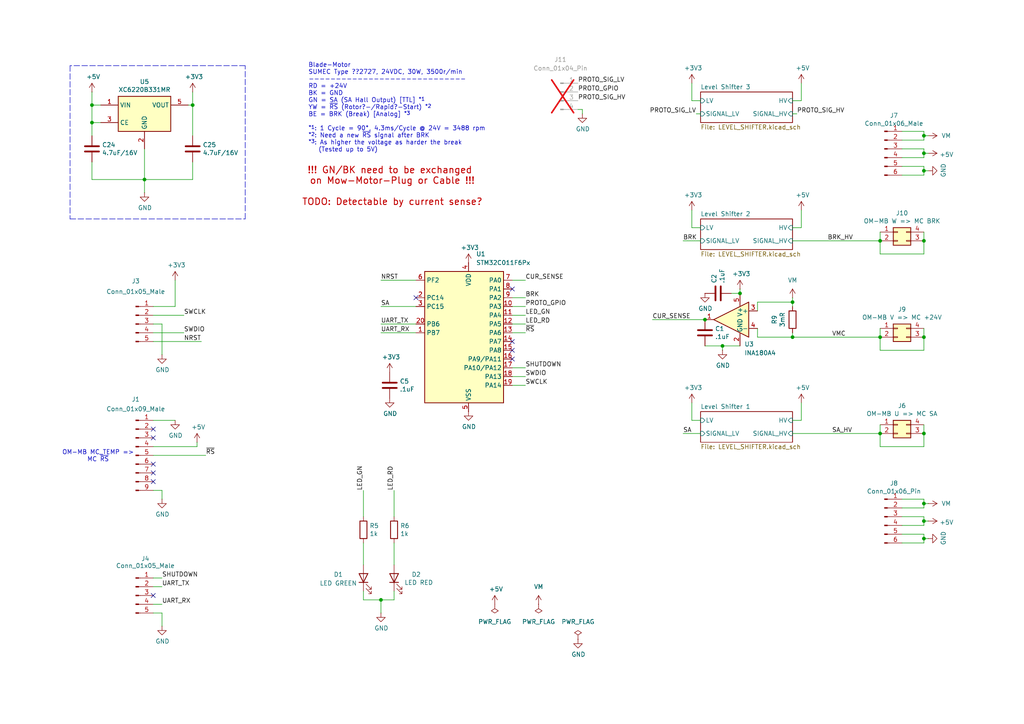
<source format=kicad_sch>
(kicad_sch (version 20231120) (generator "eeschema") (generator_version "8.0")
  (paper "A4")
  (title_block (title "xESC YardForce Rev.4 Adapter") (date "2024-06-01") (rev "1.0") (company "Clemens Elflein, openmower.de") (comment 1 "Creative Commons Attribution-NonCommercial-ShareAlike 4.0 International License.") (comment 2 "Licensed under "))
  (lib_symbols
    (symbol "Amplifier_Current:INA180A4" (pin_names (offset 0.127))
      (property "Reference" "U" (at 3.81 3.81 0))
      (property "Value" "INA180A4" (at 3.81 -2.54 0))
      (symbol "INA180A4_0_1"
        (polyline (pts (xy 5.08 0) (xy -5.08 5.08) (xy -5.08 -5.08) (xy 5.08 0)) (stroke (width 0.254)) (fill (type background)))
      )
      (symbol "INA180A4_1_1"
        (pin output line (at 7.62 0 180) (length 2.54) (name "~") (number "1"))
        (pin power_in line (at -2.54 -7.62 90) (length 3.81) (name "GND") (number "2"))
        (pin input line (at -7.62 2.54 0) (length 2.54) (name "+") (number "3"))
        (pin input line (at -7.62 -2.54 0) (length 2.54) (name "-") (number "4"))
        (pin power_in line (at -2.54 7.62 270) (length 3.81) (name "V+") (number "5"))
      )
    )
    (symbol "Connector:Conn_01x04_Pin" (pin_names (offset 1.016) hide)
      (property "Reference" "J" (at 0 5.08 0))
      (property "Value" "Conn_01x04_Pin" (at 0 -7.62 0))
      (symbol "Conn_01x04_Pin_1_1"
        (polyline (pts (xy 1.27 -5.08) (xy 0.8636 -5.08)) (stroke (width 0.1524)))
        (polyline (pts (xy 1.27 -2.54) (xy 0.8636 -2.54)) (stroke (width 0.1524)))
        (polyline (pts (xy 1.27 0) (xy 0.8636 0)) (stroke (width 0.1524)))
        (polyline (pts (xy 1.27 2.54) (xy 0.8636 2.54)) (stroke (width 0.1524)))
        (rectangle (start 0.8636 -4.953) (end 0 -5.207) (stroke (width 0.1524)) (fill (type outline)))
        (rectangle (start 0.8636 -2.413) (end 0 -2.667) (stroke (width 0.1524)) (fill (type outline)))
        (rectangle (start 0.8636 0.127) (end 0 -0.127) (stroke (width 0.1524)) (fill (type outline)))
        (rectangle (start 0.8636 2.667) (end 0 2.413) (stroke (width 0.1524)) (fill (type outline)))
        (pin passive line (at 5.08 2.54 180) (length 3.81) (name "Pin_1") (number "1"))
        (pin passive line (at 5.08 0 180) (length 3.81) (name "Pin_2") (number "2"))
        (pin passive line (at 5.08 -2.54 180) (length 3.81) (name "Pin_3") (number "3"))
        (pin passive line (at 5.08 -5.08 180) (length 3.81) (name "Pin_4") (number "4"))
      )
    )
    (symbol "Connector:Conn_01x05_Pin" (pin_names (offset 1.016) hide)
      (property "Reference" "J" (at 0 7.62 0))
      (property "Value" "Conn_01x05_Pin" (at 0 -7.62 0))
      (symbol "Conn_01x05_Pin_1_1"
        (polyline (pts (xy 1.27 -5.08) (xy 0.8636 -5.08)) (stroke (width 0.1524)))
        (polyline (pts (xy 1.27 -2.54) (xy 0.8636 -2.54)) (stroke (width 0.1524)))
        (polyline (pts (xy 1.27 0) (xy 0.8636 0)) (stroke (width 0.1524)))
        (polyline (pts (xy 1.27 2.54) (xy 0.8636 2.54)) (stroke (width 0.1524)))
        (polyline (pts (xy 1.27 5.08) (xy 0.8636 5.08)) (stroke (width 0.1524)))
        (rectangle (start 0.8636 -4.953) (end 0 -5.207) (stroke (width 0.1524)) (fill (type outline)))
        (rectangle (start 0.8636 -2.413) (end 0 -2.667) (stroke (width 0.1524)) (fill (type outline)))
        (rectangle (start 0.8636 0.127) (end 0 -0.127) (stroke (width 0.1524)) (fill (type outline)))
        (rectangle (start 0.8636 2.667) (end 0 2.413) (stroke (width 0.1524)) (fill (type outline)))
        (rectangle (start 0.8636 5.207) (end 0 4.953) (stroke (width 0.1524)) (fill (type outline)))
        (pin passive line (at 5.08 5.08 180) (length 3.81) (name "Pin_1") (number "1"))
        (pin passive line (at 5.08 2.54 180) (length 3.81) (name "Pin_2") (number "2"))
        (pin passive line (at 5.08 0 180) (length 3.81) (name "Pin_3") (number "3"))
        (pin passive line (at 5.08 -2.54 180) (length 3.81) (name "Pin_4") (number "4"))
        (pin passive line (at 5.08 -5.08 180) (length 3.81) (name "Pin_5") (number "5"))
      )
    )
    (symbol "Connector:Conn_01x06_Pin" (pin_names (offset 1.016) hide)
      (property "Reference" "J" (at 0 7.62 0))
      (property "Value" "Conn_01x06_Pin" (at 0 -10.16 0))
      (symbol "Conn_01x06_Pin_1_1"
        (polyline (pts (xy 1.27 -7.62) (xy 0.8636 -7.62)) (stroke (width 0.1524)))
        (polyline (pts (xy 1.27 -5.08) (xy 0.8636 -5.08)) (stroke (width 0.1524)))
        (polyline (pts (xy 1.27 -2.54) (xy 0.8636 -2.54)) (stroke (width 0.1524)))
        (polyline (pts (xy 1.27 0) (xy 0.8636 0)) (stroke (width 0.1524)))
        (polyline (pts (xy 1.27 2.54) (xy 0.8636 2.54)) (stroke (width 0.1524)))
        (polyline (pts (xy 1.27 5.08) (xy 0.8636 5.08)) (stroke (width 0.1524)))
        (rectangle (start 0.8636 -7.493) (end 0 -7.747) (stroke (width 0.1524)) (fill (type outline)))
        (rectangle (start 0.8636 -4.953) (end 0 -5.207) (stroke (width 0.1524)) (fill (type outline)))
        (rectangle (start 0.8636 -2.413) (end 0 -2.667) (stroke (width 0.1524)) (fill (type outline)))
        (rectangle (start 0.8636 0.127) (end 0 -0.127) (stroke (width 0.1524)) (fill (type outline)))
        (rectangle (start 0.8636 2.667) (end 0 2.413) (stroke (width 0.1524)) (fill (type outline)))
        (rectangle (start 0.8636 5.207) (end 0 4.953) (stroke (width 0.1524)) (fill (type outline)))
        (pin passive line (at 5.08 5.08 180) (length 3.81) (name "Pin_1") (number "1"))
        (pin passive line (at 5.08 2.54 180) (length 3.81) (name "Pin_2") (number "2"))
        (pin passive line (at 5.08 0 180) (length 3.81) (name "Pin_3") (number "3"))
        (pin passive line (at 5.08 -2.54 180) (length 3.81) (name "Pin_4") (number "4"))
        (pin passive line (at 5.08 -5.08 180) (length 3.81) (name "Pin_5") (number "5"))
        (pin passive line (at 5.08 -7.62 180) (length 3.81) (name "Pin_6") (number "6"))
      )
    )
    (symbol "Connector:Conn_01x09_Pin" (pin_names (offset 1.016) hide)
      (property "Reference" "J" (at 0 12.7 0))
      (property "Value" "Conn_01x09_Pin" (at 0 -12.7 0))
      (symbol "Conn_01x09_Pin_1_1"
        (polyline (pts (xy 1.27 -10.16) (xy 0.8636 -10.16)) (stroke (width 0.1524)))
        (polyline (pts (xy 1.27 -7.62) (xy 0.8636 -7.62)) (stroke (width 0.1524)))
        (polyline (pts (xy 1.27 -5.08) (xy 0.8636 -5.08)) (stroke (width 0.1524)))
        (polyline (pts (xy 1.27 -2.54) (xy 0.8636 -2.54)) (stroke (width 0.1524)))
        (polyline (pts (xy 1.27 0) (xy 0.8636 0)) (stroke (width 0.1524)))
        (polyline (pts (xy 1.27 2.54) (xy 0.8636 2.54)) (stroke (width 0.1524)))
        (polyline (pts (xy 1.27 5.08) (xy 0.8636 5.08)) (stroke (width 0.1524)))
        (polyline (pts (xy 1.27 7.62) (xy 0.8636 7.62)) (stroke (width 0.1524)))
        (polyline (pts (xy 1.27 10.16) (xy 0.8636 10.16)) (stroke (width 0.1524)))
        (rectangle (start 0.8636 -10.033) (end 0 -10.287) (stroke (width 0.1524)) (fill (type outline)))
        (rectangle (start 0.8636 -7.493) (end 0 -7.747) (stroke (width 0.1524)) (fill (type outline)))
        (rectangle (start 0.8636 -4.953) (end 0 -5.207) (stroke (width 0.1524)) (fill (type outline)))
        (rectangle (start 0.8636 -2.413) (end 0 -2.667) (stroke (width 0.1524)) (fill (type outline)))
        (rectangle (start 0.8636 0.127) (end 0 -0.127) (stroke (width 0.1524)) (fill (type outline)))
        (rectangle (start 0.8636 2.667) (end 0 2.413) (stroke (width 0.1524)) (fill (type outline)))
        (rectangle (start 0.8636 5.207) (end 0 4.953) (stroke (width 0.1524)) (fill (type outline)))
        (rectangle (start 0.8636 7.747) (end 0 7.493) (stroke (width 0.1524)) (fill (type outline)))
        (rectangle (start 0.8636 10.287) (end 0 10.033) (stroke (width 0.1524)) (fill (type outline)))
        (pin passive line (at 5.08 10.16 180) (length 3.81) (name "Pin_1") (number "1"))
        (pin passive line (at 5.08 7.62 180) (length 3.81) (name "Pin_2") (number "2"))
        (pin passive line (at 5.08 5.08 180) (length 3.81) (name "Pin_3") (number "3"))
        (pin passive line (at 5.08 2.54 180) (length 3.81) (name "Pin_4") (number "4"))
        (pin passive line (at 5.08 0 180) (length 3.81) (name "Pin_5") (number "5"))
        (pin passive line (at 5.08 -2.54 180) (length 3.81) (name "Pin_6") (number "6"))
        (pin passive line (at 5.08 -5.08 180) (length 3.81) (name "Pin_7") (number "7"))
        (pin passive line (at 5.08 -7.62 180) (length 3.81) (name "Pin_8") (number "8"))
        (pin passive line (at 5.08 -10.16 180) (length 3.81) (name "Pin_9") (number "9"))
      )
    )
    (symbol "Connector_Generic:Conn_02x02_Counter_Clockwise" (pin_names (offset 1.016) hide)
      (property "Reference" "J" (at 1.27 2.54 0))
      (property "Value" "Conn_02x02_Counter_Clockwise" (at 1.27 -5.08 0))
      (symbol "Conn_02x02_Counter_Clockwise_1_1"
        (rectangle (start -1.27 -2.413) (end 0 -2.667) (stroke (width 0.1524)))
        (rectangle (start -1.27 0.127) (end 0 -0.127) (stroke (width 0.1524)))
        (rectangle (start -1.27 1.27) (end 3.81 -3.81) (stroke (width 0.254)) (fill (type background)))
        (rectangle (start 3.81 -2.413) (end 2.54 -2.667) (stroke (width 0.1524)))
        (rectangle (start 3.81 0.127) (end 2.54 -0.127) (stroke (width 0.1524)))
        (pin passive line (at -5.08 0 0) (length 3.81) (name "Pin_1") (number "1"))
        (pin passive line (at -5.08 -2.54 0) (length 3.81) (name "Pin_2") (number "2"))
        (pin passive line (at 7.62 -2.54 180) (length 3.81) (name "Pin_3") (number "3"))
        (pin passive line (at 7.62 0 180) (length 3.81) (name "Pin_4") (number "4"))
      )
    )
    (symbol "Device:C" (pin_numbers hide) (pin_names (offset 0.254))
      (property "Reference" "C" (at 0.635 2.54 0))
      (property "Value" "C" (at 0.635 -2.54 0))
      (symbol "C_0_1"
        (polyline (pts (xy -2.032 -0.762) (xy 2.032 -0.762)) (stroke (width 0.508)))
        (polyline (pts (xy -2.032 0.762) (xy 2.032 0.762)) (stroke (width 0.508)))
      )
      (symbol "C_1_1"
        (pin passive line (at 0 3.81 270) (length 2.794) (name "~") (number "1"))
        (pin passive line (at 0 -3.81 90) (length 2.794) (name "~") (number "2"))
      )
    )
    (symbol "Device:LED" (pin_numbers hide) (pin_names (offset 1.016) hide)
      (property "Reference" "D" (at 0 2.54 0))
      (property "Value" "LED" (at 0 -2.54 0))
      (symbol "LED_0_1"
        (polyline (pts (xy -1.27 -1.27) (xy -1.27 1.27)) (stroke (width 0.254)))
        (polyline (pts (xy -1.27 0) (xy 1.27 0)))
        (polyline (pts (xy 1.27 -1.27) (xy 1.27 1.27) (xy -1.27 0) (xy 1.27 -1.27)) (stroke (width 0.254)))
        (polyline (pts (xy -3.048 -0.762) (xy -4.572 -2.286) (xy -3.81 -2.286) (xy -4.572 -2.286) (xy -4.572 -1.524)))
        (polyline (pts (xy -1.778 -0.762) (xy -3.302 -2.286) (xy -2.54 -2.286) (xy -3.302 -2.286) (xy -3.302 -1.524)))
      )
      (symbol "LED_1_1"
        (pin passive line (at -3.81 0 0) (length 2.54) (name "K") (number "1"))
        (pin passive line (at 3.81 0 180) (length 2.54) (name "A") (number "2"))
      )
    )
    (symbol "Device:R" (pin_numbers hide) (pin_names (offset 0))
      (property "Reference" "R" (at 2.032 0 90))
      (property "Value" "R" (at 0 0 90))
      (symbol "R_0_1"
        (rectangle (start -1.016 -2.54) (end 1.016 2.54) (stroke (width 0.254)))
      )
      (symbol "R_1_1"
        (pin passive line (at 0 3.81 270) (length 1.27) (name "~") (number "1"))
        (pin passive line (at 0 -3.81 90) (length 1.27) (name "~") (number "2"))
      )
    )
    (symbol "MCU_ST_STM32C0:STM32C011F6Px"
      (property "Reference" "U" (at -10.16 21.59 0))
      (property "Value" "STM32C011F6Px" (at 5.08 21.59 0))
      (symbol "STM32C011F6Px_0_1"
        (rectangle (start -10.16 -17.78) (end 12.7 20.32) (stroke (width 0.254)) (fill (type background)))
      )
      (symbol "STM32C011F6Px_1_1"
        (pin bidirectional line (at -12.7 2.54 0) (length 2.54) (name "PB7") (number "1"))
        (pin bidirectional line (at 15.24 10.16 180) (length 2.54) (name "PA3") (number "10"))
        (pin bidirectional line (at 15.24 7.62 180) (length 2.54) (name "PA4") (number "11"))
        (pin bidirectional line (at 15.24 5.08 180) (length 2.54) (name "PA5") (number "12"))
        (pin bidirectional line (at 15.24 2.54 180) (length 2.54) (name "PA6") (number "13"))
        (pin bidirectional line (at 15.24 0 180) (length 2.54) (name "PA7") (number "14"))
        (pin bidirectional line (at 15.24 -2.54 180) (length 2.54) (name "PA8") (number "15"))
        (pin bidirectional line (at 15.24 -5.08 180) (length 2.54) (name "PA9/PA11") (number "16"))
        (pin bidirectional line (at 15.24 -7.62 180) (length 2.54) (name "PA10/PA12") (number "17"))
        (pin bidirectional line (at 15.24 -10.16 180) (length 2.54) (name "PA13") (number "18"))
        (pin bidirectional line (at 15.24 -12.7 180) (length 2.54) (name "PA14") (number "19"))
        (pin bidirectional line (at -12.7 12.7 0) (length 2.54) (name "PC14") (number "2"))
        (pin bidirectional line (at -12.7 5.08 0) (length 2.54) (name "PB6") (number "20"))
        (pin bidirectional line (at -12.7 10.16 0) (length 2.54) (name "PC15") (number "3"))
        (pin power_in line (at 2.54 22.86 270) (length 2.54) (name "VDD") (number "4"))
        (pin power_in line (at 2.54 -20.32 90) (length 2.54) (name "VSS") (number "5"))
        (pin bidirectional line (at -12.7 17.78 0) (length 2.54) (name "PF2") (number "6"))
        (pin bidirectional line (at 15.24 17.78 180) (length 2.54) (name "PA0") (number "7"))
        (pin bidirectional line (at 15.24 15.24 180) (length 2.54) (name "PA1") (number "8"))
        (pin bidirectional line (at 15.24 12.7 180) (length 2.54) (name "PA2") (number "9"))
      )
    )
    (symbol "Regulator_Linear:XC6220B331MR"
      (property "Reference" "U" (at 0 8.89 0))
      (property "Value" "XC6220B331MR" (at 0 6.35 0))
      (symbol "XC6220B331MR_0_1"
        (rectangle (start -7.62 5.08) (end 7.62 -5.08) (stroke (width 0.254)) (fill (type background)))
      )
      (symbol "XC6220B331MR_1_1"
        (pin power_in line (at -12.7 2.54 0) (length 5.08) (name "VIN") (number "1"))
        (pin power_in line (at 0 -10.16 90) (length 5.08) (name "GND") (number "2"))
        (pin input line (at -12.7 -2.54 0) (length 5.08) (name "CE") (number "3"))
        (pin no_connect line (at 7.62 -2.54 180) (length 5.08) hide (name "NC") (number "4"))
        (pin power_out line (at 12.7 2.54 180) (length 5.08) (name "VOUT") (number "5"))
      )
    )
    (symbol "power:+3.3V" (power) (pin_numbers hide) (pin_names (offset 0) hide)
      (property "Value" "+3.3V" (at 0 3.556 0))
      (symbol "+3.3V_0_1"
        (polyline (pts (xy -0.762 1.27) (xy 0 2.54)))
        (polyline (pts (xy 0 0) (xy 0 2.54)))
        (polyline (pts (xy 0 2.54) (xy 0.762 1.27)))
      )
      (symbol "+3.3V_1_1"
        (pin power_in line (at 0 0 90) (length 0) (name "~") (number "1"))
      )
    )
    (symbol "power:+5V" (power) (pin_numbers hide) (pin_names (offset 0) hide)
      (property "Value" "+5V" (at 0 3.556 0))
      (symbol "+5V_0_1"
        (polyline (pts (xy -0.762 1.27) (xy 0 2.54)))
        (polyline (pts (xy 0 0) (xy 0 2.54)))
        (polyline (pts (xy 0 2.54) (xy 0.762 1.27)))
      )
      (symbol "+5V_1_1"
        (pin power_in line (at 0 0 90) (length 0) (name "~") (number "1"))
      )
    )
    (symbol "power:+BATT" (power) (pin_numbers hide) (pin_names (offset 0) hide)
      (property "Value" "+BATT" (at 0 3.556 0))
      (symbol "+BATT_0_1"
        (polyline (pts (xy -0.762 1.27) (xy 0 2.54)))
        (polyline (pts (xy 0 0) (xy 0 2.54)))
        (polyline (pts (xy 0 2.54) (xy 0.762 1.27)))
      )
      (symbol "+BATT_1_1"
        (pin power_in line (at 0 0 90) (length 0) (name "~") (number "1"))
      )
    )
    (symbol "power:GND" (power) (pin_numbers hide) (pin_names (offset 0) hide)
      (property "Value" "GND" (at 0 -3.81 0))
      (symbol "GND_0_1"
        (polyline (pts (xy 0 0) (xy 0 -1.27) (xy 1.27 -1.27) (xy 0 -2.54) (xy -1.27 -1.27) (xy 0 -1.27)))
      )
      (symbol "GND_1_1"
        (pin power_in line (at 0 0 270) (length 0) (name "~") (number "1"))
      )
    )
    (symbol "power:PWR_FLAG" (power) (pin_numbers hide) (pin_names (offset 0) hide)
      (property "Value" "PWR_FLAG" (at 0 3.81 0))
      (symbol "PWR_FLAG_0_0"
        (pin power_out line (at 0 0 90) (length 0) (name "~") (number "1"))
      )
      (symbol "PWR_FLAG_0_1"
        (polyline (pts (xy 0 0) (xy 0 1.27) (xy -1.016 1.905) (xy 0 2.54) (xy 1.016 1.905) (xy 0 1.27)))
      )
    )
  )
  (junction (at 267.97 49.53))
  (junction (at 267.97 151.13))
  (junction (at 209.55 100.33))
  (junction (at 267.97 146.05))
  (junction (at 255.27 97.79))
  (junction (at 229.87 97.79))
  (junction (at 267.97 97.79))
  (junction (at 267.97 69.85))
  (junction (at 267.97 44.45))
  (junction (at 267.97 39.37))
  (junction (at 26.67 35.56))
  (junction (at 255.27 69.85))
  (junction (at 267.97 156.21))
  (junction (at 55.88 30.48))
  (junction (at 204.47 92.71))
  (junction (at 255.27 125.73))
  (junction (at 229.87 87.63))
  (junction (at 41.91 52.07))
  (junction (at 267.97 125.73))
  (junction (at 26.67 30.48))
  (junction (at 110.49 173.99))
  (junction (at 214.63 85.09))
  (no_connect (at 44.45 134.62))
  (no_connect (at 44.45 137.16))
  (no_connect (at 148.59 104.14))
  (no_connect (at 148.59 101.6))
  (no_connect (at 44.45 127))
  (no_connect (at 44.45 124.46))
  (no_connect (at 44.45 172.72))
  (no_connect (at 148.59 99.06))
  (no_connect (at 148.59 83.82))
  (no_connect (at 44.45 139.7))
  (no_connect (at 120.65 86.36))
  (wire (pts (xy 50.8 121.92) (xy 44.45 121.92)))
  (wire (pts (xy 232.41 121.92) (xy 229.87 121.92)))
  (wire (pts (xy 50.8 88.9) (xy 50.8 81.28)))
  (wire (pts (xy 261.62 157.48) (xy 267.97 157.48)))
  (wire (pts (xy 110.49 173.99) (xy 114.3 173.99)))
  (wire (pts (xy 232.41 116.84) (xy 232.41 121.92)))
  (wire (pts (xy 267.97 152.4) (xy 261.62 152.4)))
  (wire (pts (xy 229.87 86.36) (xy 229.87 87.63)))
  (wire (pts (xy 198.12 69.85) (xy 203.2 69.85)))
  (wire (pts (xy 189.23 92.71) (xy 204.47 92.71)))
  (wire (pts (xy 41.91 52.07) (xy 26.67 52.07)))
  (wire (pts (xy 44.45 91.44) (xy 53.34 91.44)))
  (wire (pts (xy 200.66 121.92) (xy 203.2 121.92)))
  (wire (pts (xy 267.97 149.86) (xy 267.97 151.13)))
  (wire (pts (xy 54.61 30.48) (xy 55.88 30.48)))
  (wire (pts (xy 261.62 149.86) (xy 267.97 149.86)))
  (wire (pts (xy 267.97 146.05) (xy 267.97 144.78)))
  (wire (pts (xy 255.27 125.73) (xy 255.27 129.54)))
  (wire (pts (xy 267.97 97.79) (xy 267.97 101.6)))
  (wire (pts (xy 267.97 44.45) (xy 269.24 44.45)))
  (wire (pts (xy 261.62 147.32) (xy 267.97 147.32)))
  (wire (pts (xy 110.49 88.9) (xy 120.65 88.9)))
  (wire (pts (xy 219.71 87.63) (xy 229.87 87.63)))
  (wire (pts (xy 229.87 96.52) (xy 229.87 97.79)))
  (wire (pts (xy 267.97 157.48) (xy 267.97 156.21)))
  (wire (pts (xy 110.49 81.28) (xy 120.65 81.28)))
  (wire (pts (xy 152.4 106.68) (xy 148.59 106.68)))
  (wire (pts (xy 267.97 43.18) (xy 267.97 44.45)))
  (wire (pts (xy 267.97 151.13) (xy 269.24 151.13)))
  (wire (pts (xy 261.62 40.64) (xy 267.97 40.64)))
  (wire (pts (xy 26.67 30.48) (xy 29.21 30.48)))
  (wire (pts (xy 105.41 163.83) (xy 105.41 157.48)))
  (wire (pts (xy 26.67 39.37) (xy 26.67 35.56)))
  (wire (pts (xy 46.99 142.24) (xy 46.99 144.78)))
  (wire (pts (xy 267.97 67.31) (xy 267.97 69.85)))
  (wire (pts (xy 229.87 97.79) (xy 255.27 97.79)))
  (wire (pts (xy 267.97 156.21) (xy 267.97 154.94)))
  (wire (pts (xy 105.41 149.86) (xy 105.41 142.24)))
  (wire (pts (xy 261.62 50.8) (xy 267.97 50.8)))
  (wire (pts (xy 267.97 101.6) (xy 255.27 101.6)))
  (wire (pts (xy 267.97 38.1) (xy 261.62 38.1)))
  (wire (pts (xy 152.4 86.36) (xy 148.59 86.36)))
  (wire (pts (xy 267.97 39.37) (xy 269.24 39.37)))
  (wire (pts (xy 267.97 49.53) (xy 267.97 48.26)))
  (wire (pts (xy 41.91 55.88) (xy 41.91 52.07)))
  (wire (pts (xy 110.49 96.52) (xy 120.65 96.52)))
  (wire (pts (xy 168.91 31.75) (xy 167.64 31.75)))
  (wire (pts (xy 44.45 96.52) (xy 53.34 96.52)))
  (wire (pts (xy 200.66 66.04) (xy 203.2 66.04)))
  (polyline (pts (xy 71.12 19.05) (xy 20.32 19.05)) (stroke (width 0) (type dash)))
  (wire (pts (xy 105.41 173.99) (xy 110.49 173.99)))
  (wire (pts (xy 267.97 95.25) (xy 267.97 97.79)))
  (wire (pts (xy 44.45 142.24) (xy 46.99 142.24)))
  (wire (pts (xy 41.91 52.07) (xy 55.88 52.07)))
  (wire (pts (xy 267.97 156.21) (xy 269.24 156.21)))
  (wire (pts (xy 267.97 123.19) (xy 267.97 125.73)))
  (wire (pts (xy 229.87 69.85) (xy 255.27 69.85)))
  (wire (pts (xy 255.27 129.54) (xy 267.97 129.54)))
  (wire (pts (xy 255.27 95.25) (xy 255.27 97.79)))
  (wire (pts (xy 114.3 149.86) (xy 114.3 142.24)))
  (wire (pts (xy 267.97 144.78) (xy 261.62 144.78)))
  (wire (pts (xy 200.66 60.96) (xy 200.66 66.04)))
  (wire (pts (xy 232.41 24.13) (xy 232.41 29.21)))
  (wire (pts (xy 46.99 93.98) (xy 46.99 102.87)))
  (wire (pts (xy 267.97 151.13) (xy 267.97 152.4)))
  (wire (pts (xy 201.93 33.02) (xy 203.2 33.02)))
  (wire (pts (xy 26.67 52.07) (xy 26.67 46.99)))
  (wire (pts (xy 267.97 49.53) (xy 269.24 49.53)))
  (wire (pts (xy 209.55 101.6) (xy 209.55 100.33)))
  (wire (pts (xy 267.97 69.85) (xy 267.97 73.66)))
  (wire (pts (xy 255.27 101.6) (xy 255.27 97.79)))
  (wire (pts (xy 105.41 171.45) (xy 105.41 173.99)))
  (wire (pts (xy 152.4 91.44) (xy 148.59 91.44)))
  (wire (pts (xy 212.09 85.09) (xy 214.63 85.09)))
  (wire (pts (xy 200.66 116.84) (xy 200.66 121.92)))
  (wire (pts (xy 44.45 129.54) (xy 57.15 129.54)))
  (wire (pts (xy 26.67 35.56) (xy 29.21 35.56)))
  (wire (pts (xy 152.4 93.98) (xy 148.59 93.98)))
  (wire (pts (xy 229.87 125.73) (xy 255.27 125.73)))
  (wire (pts (xy 267.97 40.64) (xy 267.97 39.37)))
  (polyline (pts (xy 71.12 63.5) (xy 71.12 19.05)) (stroke (width 0) (type dash)))
  (wire (pts (xy 152.4 109.22) (xy 148.59 109.22)))
  (wire (pts (xy 255.27 67.31) (xy 255.27 69.85)))
  (wire (pts (xy 229.87 33.02) (xy 231.14 33.02)))
  (polyline (pts (xy 20.32 63.5) (xy 71.12 63.5)) (stroke (width 0) (type dash)))
  (wire (pts (xy 46.99 175.26) (xy 44.45 175.26)))
  (wire (pts (xy 26.67 26.67) (xy 26.67 30.48)))
  (wire (pts (xy 267.97 146.05) (xy 269.24 146.05)))
  (wire (pts (xy 261.62 43.18) (xy 267.97 43.18)))
  (wire (pts (xy 55.88 39.37) (xy 55.88 30.48)))
  (wire (pts (xy 200.66 29.21) (xy 203.2 29.21)))
  (wire (pts (xy 255.27 73.66) (xy 255.27 69.85)))
  (wire (pts (xy 232.41 66.04) (xy 229.87 66.04)))
  (wire (pts (xy 200.66 24.13) (xy 200.66 29.21)))
  (wire (pts (xy 41.91 43.18) (xy 41.91 52.07)))
  (wire (pts (xy 198.12 125.73) (xy 203.2 125.73)))
  (wire (pts (xy 168.91 33.02) (xy 168.91 31.75)))
  (wire (pts (xy 232.41 60.96) (xy 232.41 66.04)))
  (wire (pts (xy 219.71 90.17) (xy 219.71 87.63)))
  (wire (pts (xy 44.45 132.08) (xy 59.69 132.08)))
  (wire (pts (xy 46.99 177.8) (xy 46.99 181.61)))
  (wire (pts (xy 44.45 99.06) (xy 58.42 99.06)))
  (wire (pts (xy 46.99 167.64) (xy 44.45 167.64)))
  (wire (pts (xy 114.3 171.45) (xy 114.3 173.99)))
  (wire (pts (xy 152.4 111.76) (xy 148.59 111.76)))
  (wire (pts (xy 267.97 154.94) (xy 261.62 154.94)))
  (wire (pts (xy 46.99 170.18) (xy 44.45 170.18)))
  (wire (pts (xy 44.45 93.98) (xy 46.99 93.98)))
  (wire (pts (xy 267.97 44.45) (xy 267.97 45.72)))
  (wire (pts (xy 152.4 81.28) (xy 148.59 81.28)))
  (wire (pts (xy 232.41 29.21) (xy 229.87 29.21)))
  (wire (pts (xy 267.97 50.8) (xy 267.97 49.53)))
  (wire (pts (xy 219.71 97.79) (xy 229.87 97.79)))
  (wire (pts (xy 152.4 88.9) (xy 148.59 88.9)))
  (wire (pts (xy 267.97 125.73) (xy 267.97 129.54)))
  (wire (pts (xy 26.67 35.56) (xy 26.67 30.48)))
  (wire (pts (xy 255.27 123.19) (xy 255.27 125.73)))
  (wire (pts (xy 114.3 163.83) (xy 114.3 157.48)))
  (wire (pts (xy 44.45 88.9) (xy 50.8 88.9)))
  (wire (pts (xy 209.55 100.33) (xy 214.63 100.33)))
  (wire (pts (xy 267.97 39.37) (xy 267.97 38.1)))
  (wire (pts (xy 267.97 45.72) (xy 261.62 45.72)))
  (wire (pts (xy 267.97 73.66) (xy 255.27 73.66)))
  (wire (pts (xy 267.97 48.26) (xy 261.62 48.26)))
  (wire (pts (xy 219.71 95.25) (xy 219.71 97.79)))
  (wire (pts (xy 214.63 83.82) (xy 214.63 85.09)))
  (wire (pts (xy 204.47 100.33) (xy 209.55 100.33)))
  (wire (pts (xy 44.45 177.8) (xy 46.99 177.8)))
  (wire (pts (xy 55.88 30.48) (xy 55.88 26.67)))
  (wire (pts (xy 57.15 128.27) (xy 57.15 129.54)))
  (polyline (pts (xy 20.32 19.05) (xy 20.32 63.5)) (stroke (width 0) (type dash)))
  (wire (pts (xy 110.49 177.8) (xy 110.49 173.99)))
  (wire (pts (xy 152.4 96.52) (xy 148.59 96.52)))
  (wire (pts (xy 55.88 52.07) (xy 55.88 46.99)))
  (wire (pts (xy 110.49 93.98) (xy 120.65 93.98)))
  (wire (pts (xy 267.97 147.32) (xy 267.97 146.05)))
  (wire (pts (xy 229.87 87.63) (xy 229.87 88.9)))
  (text "OM-MB MC_TEMP =>\nMC ~{RS}" (at 28.448 132.334 0) (effects (font (size 1.27 1.27))))
  (text "Blade-Motor\nSUMEC Type ??2727, 24VDC, 30W, 3500r/min\n-----------------------------\nRD = +24V\nBK = GND\nGN = SA (SA Hall Output) [TTL] ^{*1}\nYW = ~{RS} (Rotor?-/Rapid?-Start) ^{*2}\nBE = BRK (Break) [Analog] ^{*3}\n\n^{*1}: 1 Cycle = 90°, 4.3ms/Cycle @ 24V = 3488 rpm\n^{*2}: Need a new ~{RS} signal after BRK\n^{*3}: As higher the voltage as harder the break\n   (Tested up to 5V)" (at 89.408 31.242 0) (effects (font (size 1.27 1.27)) (justify left)))
  (text "!!! GN/BK need to be exchanged \non Mow-Motor-Plug or Cable !!!\n\nTODO: Detectable by current sense?" (at 113.792 54.102 0) (effects (font (size 1.905 1.905) (thickness 0.254) (bold yes))))
  (label "CUR_SENSE" (at 189.23 92.71 0))
  (label "PROTO_SIG_LV" (at 201.93 33.02 180))
  (label "LED_GN" (at 152.4 91.44 0))
  (label "LED_RD" (at 114.3 142.24 90))
  (label "SA_HV" (at 241.3 125.73 0))
  (label "BRK" (at 198.12 69.85 0))
  (label "LED_GN" (at 105.41 142.24 90))
  (label "SWDIO" (at 152.4 109.22 0))
  (label "SWCLK" (at 152.4 111.76 0))
  (label "LED_RD" (at 152.4 93.98 0))
  (label "UART_TX" (at 110.49 93.98 0))
  (label "SWDIO" (at 53.34 96.52 0))
  (label "UART_RX" (at 46.99 175.26 0))
  (label "VMC" (at 241.3 97.79 0))
  (label "BRK_HV" (at 240.03 69.85 0))
  (label "SA" (at 198.12 125.73 0))
  (label "SA" (at 110.49 88.9 0))
  (label "UART_RX" (at 110.49 96.52 0))
  (label "SHUTDOWN" (at 152.4 106.68 0))
  (label "UART_TX" (at 46.99 170.18 0))
  (label "PROTO_SIG_HV" (at 231.14 33.02 0))
  (label "~{RS}" (at 59.69 132.08 0))
  (label "NRST" (at 110.49 81.28 0))
  (label "PROTO_SIG_LV" (at 167.64 24.13 0))
  (label "SWCLK" (at 53.34 91.44 0))
  (label "NRST" (at 53.34 99.06 0))
  (label "~{RS}" (at 152.4 96.52 0))
  (label "BRK" (at 152.4 86.36 0))
  (label "PROTO_SIG_HV" (at 167.64 29.21 0))
  (label "PROTO_GPIO" (at 152.4 88.9 0))
  (label "CUR_SENSE" (at 152.4 81.28 0))
  (label "SHUTDOWN" (at 46.99 167.64 0))
  (label "PROTO_GPIO" (at 167.64 26.67 0))
  (symbol (lib_id "power:+5V") (at 57.15 128.27 0) (unit 1)
    (property "Reference" "#PWR02" (effects (hide yes)))
    (property "Value" "+5V" (at 57.531 123.8758 0))
    (property "Description" "Power symbol creates a global label with name \"+5V\"" (effects (hide yes)))
  )
  (symbol (lib_id "power:GND") (at 46.99 144.78 0) (unit 1)
    (property "Reference" "#PWR03" (effects (hide yes)))
    (property "Value" "GND" (at 47.117 149.1742 0))
    (property "Description" "Power symbol creates a global label with name \"GND\" , ground" (effects (hide yes)))
  )
  (symbol (lib_id "Connector:Conn_01x05_Pin") (at 39.37 93.98 0) (unit 1)
    (property "Reference" "J3" (at 39.37 81.534 0))
    (property "Value" "Conn_01x05_Male" (at 39.37 84.582 0))
    (property "Footprint" "Connector_PinHeader_2.54mm:PinHeader_1x05_P2.54mm_Vertical" (effects (hide yes)))
    (property "Description" "Generic connector, single row, 01x05, script generated" (effects (hide yes)))
    (property "LCSC" "C2935911" (effects (hide yes)))
    (property "Part Number" "DZ254R-11-05-63" (effects (hide yes)))
    (property "Stock_PN" "J-TH-1x5-.1" (effects (hide yes)))
  )
  (symbol (lib_id "power:+3.3V") (at 50.8 81.28 0) (unit 1)
    (property "Reference" "#PWR07" (effects (hide yes)))
    (property "Value" "+3V3" (at 51.181 76.8858 0))
    (property "Description" "Power symbol creates a global label with name \"+3.3V\"" (effects (hide yes)))
  )
  (symbol (lib_id "power:GND") (at 46.99 102.87 0) (unit 1)
    (property "Reference" "#PWR08" (effects (hide yes)))
    (property "Value" "GND" (at 47.117 107.2642 0))
    (property "Description" "Power symbol creates a global label with name \"GND\" , ground" (effects (hide yes)))
  )
  (symbol (lib_id "Connector:Conn_01x05_Pin") (at 39.37 172.72 0) (unit 1)
    (property "Reference" "J4" (at 42.164 162.052 0))
    (property "Value" "Conn_01x05_Male" (at 42.164 164.084 0))
    (property "Footprint" "Connector_PinHeader_2.54mm:PinHeader_1x05_P2.54mm_Vertical" (effects (hide yes)))
    (property "Description" "Generic connector, single row, 01x05, script generated" (effects (hide yes)))
    (property "LCSC" "C2935911" (effects (hide yes)))
    (property "Part Number" "DZ254R-11-05-63" (effects (hide yes)))
    (property "Stock_PN" "J-TH-1x5-.1" (effects (hide yes)))
  )
  (symbol (lib_id "power:GND") (at 46.99 181.61 0) (unit 1)
    (property "Reference" "#PWR09" (effects (hide yes)))
    (property "Value" "GND" (at 47.117 186.0042 0))
    (property "Description" "Power symbol creates a global label with name \"GND\" , ground" (effects (hide yes)))
  )
  (symbol (lib_id "Device:R") (at 105.41 153.67 0) (unit 1)
    (property "Reference" "R5" (at 107.188 152.5016 0) (effects (justify left)))
    (property "Value" "1k" (at 107.188 154.813 0) (effects (justify left)))
    (property "Footprint" "Resistor_SMD:R_0603_1608Metric" (effects (hide yes)))
    (property "Description" "Resistor" (effects (hide yes)))
    (property "Digikey" "311-150HRCT-ND" (effects (hide yes)))
    (property "Part Number" "RC0603FR-07150RL" (effects (hide yes)))
    (property "Stock_PN" "R-603-150-.1W-1%" (effects (hide yes)))
  )
  (symbol (lib_id "Device:LED") (at 105.41 167.64 90) (unit 1)
    (property "Reference" "D1" (at 96.774 166.624 90) (effects (justify right)))
    (property "Value" "LED GREEN" (at 92.71 169.164 90) (effects (justify right)))
    (property "Footprint" "LED_SMD:LED_0603_1608Metric" (effects (hide yes)))
    (property "Description" "Light emitting diode" (effects (hide yes)))
    (property "Stock_PN" "LED-603-GREEN" (effects (hide yes)))
    (property "Digikey" "160-1446-1-ND" (effects (hide yes)))
    (property "Part Number" "LTST-C191KGKT" (effects (hide yes)))
  )
  (symbol (lib_id "Device:R") (at 114.3 153.67 0) (unit 1)
    (property "Reference" "R6" (at 116.078 152.5016 0) (effects (justify left)))
    (property "Value" "1k" (at 116.078 154.813 0) (effects (justify left)))
    (property "Footprint" "Resistor_SMD:R_0603_1608Metric" (effects (hide yes)))
    (property "Description" "Resistor" (effects (hide yes)))
    (property "Digikey" "311-150HRCT-ND" (effects (hide yes)))
    (property "Part Number" "RC0603FR-07150RL" (effects (hide yes)))
    (property "Stock_PN" "R-603-150-.1W-1%" (effects (hide yes)))
  )
  (symbol (lib_id "Device:LED") (at 114.3 167.64 90) (unit 1)
    (property "Reference" "D2" (at 119.38 166.624 90) (effects (justify right)))
    (property "Value" "LED RED" (at 117.2972 168.9608 90) (effects (justify right)))
    (property "Footprint" "LED_SMD:LED_0603_1608Metric" (effects (hide yes)))
    (property "Description" "Light emitting diode" (effects (hide yes)))
    (property "Stock_PN" "LED-603-RED" (effects (hide yes)))
    (property "Digikey" "160-1447-1-ND" (effects (hide yes)))
    (property "Part Number" "LTST-C191KRKT" (effects (hide yes)))
  )
  (symbol (lib_id "power:GND") (at 110.49 177.8 0) (unit 1)
    (property "Reference" "#PWR013" (effects (hide yes)))
    (property "Value" "GND" (at 110.617 182.1942 0))
    (property "Description" "Power symbol creates a global label with name \"GND\" , ground" (effects (hide yes)))
  )
  (symbol (lib_id "power:GND") (at 41.91 55.88 0) (unit 1)
    (property "Reference" "#PWR015" (effects (hide yes)))
    (property "Value" "GND" (at 42.037 60.2742 0))
    (property "Description" "Power symbol creates a global label with name \"GND\" , ground" (effects (hide yes)))
  )
  (symbol (lib_id "power:GND") (at 167.64 185.42 0) (unit 1)
    (property "Reference" "#PWR031" (effects (hide yes)))
    (property "Value" "GND" (at 167.767 189.8142 0))
    (property "Description" "Power symbol creates a global label with name \"GND\" , ground" (effects (hide yes)))
  )
  (symbol (lib_id "power:GND") (at 209.55 101.6 0) (unit 1)
    (property "Reference" "#PWR028" (effects (hide yes)))
    (property "Value" "GND" (at 209.677 105.9942 0))
    (property "Description" "Power symbol creates a global label with name \"GND\" , ground" (effects (hide yes)))
  )
  (symbol (lib_id "Connector:Conn_01x06_Pin") (at 256.54 149.86 0) (unit 1)
    (property "Reference" "J8" (at 259.2832 140.1826 0))
    (property "Value" "Conn_01x06_Pin" (at 259.2832 142.494 0))
    (property "Footprint" "Connector_PinHeader_2.54mm:PinHeader_1x06_P2.54mm_Vertical" (effects (hide yes)))
    (property "Description" "Generic connector, single row, 01x06, script generated" (effects (hide yes)))
    (property "LCSC" "C2935912" (effects (hide yes)))
    (property "Part Number" "DZ254R-11-06-63" (effects (hide yes)))
    (property "Stock_PN" "J-TH-1x6-.1" (effects (hide yes)))
  )
  (symbol (lib_id "power:+3.3V") (at 200.66 24.13 0) (unit 1)
    (property "Reference" "#PWR025" (effects (hide yes)))
    (property "Value" "+3V3" (at 201.041 19.7358 0))
    (property "Description" "Power symbol creates a global label with name \"+3.3V\"" (effects (hide yes)))
  )
  (symbol (lib_id "power:+3.3V") (at 113.03 107.95 0) (unit 1)
    (property "Reference" "#PWR05" (effects (hide yes)))
    (property "Value" "+3V3" (at 113.411 103.5558 0))
    (property "Description" "Power symbol creates a global label with name \"+3.3V\"" (effects (hide yes)))
  )
  (symbol (lib_id "Connector:Conn_01x09_Pin") (at 39.37 132.08 0) (unit 1)
    (property "Reference" "J1" (at 39.37 115.824 0))
    (property "Value" "Conn_01x09_Male" (at 39.37 118.618 0))
    (property "Footprint" "Connector_PinHeader_2.54mm:PinHeader_1x09_P2.54mm_Vertical" (effects (hide yes)))
    (property "Description" "Generic connector, single row, 01x09, script generated" (effects (hide yes)))
    (property "LCSC" "C2935915" (effects (hide yes)))
    (property "Part Number" "DZ254R-11-09-63" (effects (hide yes)))
    (property "Stock_PN" "J-TH-1x9-.1" (effects (hide yes)))
  )
  (symbol (lib_id "Connector_Generic:Conn_02x02_Counter_Clockwise") (at 260.35 67.31 0) (unit 1)
    (property "Reference" "J10" (at 261.62 61.7982 0))
    (property "Value" "OM-MB W => MC BRK" (at 261.62 64.1096 0))
    (property "Footprint" "Connector_PinHeader_2.54mm:PinHeader_2x02_P2.54mm_Vertical" (effects (hide yes)))
    (property "Description" "Generic connector, double row, 02x02, counter clockwise pin numbering scheme (similar to DIP package numbering), script generated (kicad-library-utils/schlib/autogen/connector/)" (effects (hide yes)))
    (property "LCSC" "C124362" (effects (hide yes)))
    (property "Part Number" "B-2100S04P-B110" (effects (hide yes)))
    (property "Stock_PN" "J-TH-2x2-.1" (effects (hide yes)))
  )
  (symbol (lib_id "power:+BATT") (at 269.24 146.05 270) (unit 1)
    (property "Reference" "#PWR023" (effects (hide yes)))
    (property "Value" "VM" (at 273.05 146.0499 90) (effects (justify left)))
    (property "Description" "Power symbol creates a global label with name \"+BATT\"" (effects (hide yes)))
  )
  (symbol (lib_id "power:+3.3V") (at 135.89 76.2 0) (unit 1)
    (property "Reference" "#PWR021" (effects (hide yes)))
    (property "Value" "+3V3" (at 136.271 71.8058 0))
    (property "Description" "Power symbol creates a global label with name \"+3.3V\"" (effects (hide yes)))
  )
  (symbol (lib_id "power:+3.3V") (at 55.88 26.67 0) (unit 1)
    (property "Reference" "#PWR016" (effects (hide yes)))
    (property "Value" "+3V3" (at 56.261 22.2758 0))
    (property "Description" "Power symbol creates a global label with name \"+3.3V\"" (effects (hide yes)))
  )
  (symbol (lib_id "power:+5V") (at 26.67 26.67 0) (unit 1)
    (property "Reference" "#PWR014" (effects (hide yes)))
    (property "Value" "+5V" (at 27.051 22.2758 0))
    (property "Description" "Power symbol creates a global label with name \"+5V\"" (effects (hide yes)))
  )
  (symbol (lib_id "power:+BATT") (at 156.21 175.26 0) (unit 1)
    (property "Reference" "#PWR032" (effects (hide yes)))
    (property "Value" "VM" (at 156.21 170.18 0))
    (property "Description" "Power symbol creates a global label with name \"+BATT\"" (effects (hide yes)))
  )
  (symbol (lib_id "power:GND") (at 269.24 49.53 90) (unit 1)
    (property "Reference" "#PWR010" (effects (hide yes)))
    (property "Value" "GND" (at 273.6342 49.403 0))
    (property "Description" "Power symbol creates a global label with name \"GND\" , ground" (effects (hide yes)))
  )
  (symbol (lib_id "power:+5V") (at 232.41 24.13 0) (unit 1)
    (property "Reference" "#PWR026" (effects (hide yes)))
    (property "Value" "+5V" (at 232.791 19.7358 0))
    (property "Description" "Power symbol creates a global label with name \"+5V\"" (effects (hide yes)))
  )
  (symbol (lib_id "power:+5V") (at 232.41 60.96 0) (unit 1)
    (property "Reference" "#PWR020" (effects (hide yes)))
    (property "Value" "+5V" (at 232.791 56.5658 0))
    (property "Description" "Power symbol creates a global label with name \"+5V\"" (effects (hide yes)))
  )
  (symbol (lib_id "Connector_Generic:Conn_02x02_Counter_Clockwise") (at 260.35 95.25 0) (unit 1)
    (property "Reference" "J9" (at 261.62 89.7382 0))
    (property "Value" "OM-MB V => MC +24V" (at 261.62 92.0496 0))
    (property "Footprint" "Connector_PinHeader_2.54mm:PinHeader_2x02_P2.54mm_Vertical" (effects (hide yes)))
    (property "Description" "Generic connector, double row, 02x02, counter clockwise pin numbering scheme (similar to DIP package numbering), script generated (kicad-library-utils/schlib/autogen/connector/)" (effects (hide yes)))
    (property "LCSC" "C124362" (effects (hide yes)))
    (property "Part Number" "B-2100S04P-B110" (effects (hide yes)))
    (property "Stock_PN" "J-TH-2x2-.1" (effects (hide yes)))
  )
  (symbol (lib_id "power:GND") (at 50.8 121.92 0) (unit 1)
    (property "Reference" "#PWR01" (effects (hide yes)))
    (property "Value" "GND" (at 50.927 126.3142 0))
    (property "Description" "Power symbol creates a global label with name \"GND\" , ground" (effects (hide yes)))
  )
  (symbol (lib_id "power:PWR_FLAG") (at 167.64 185.42 0) (unit 1)
    (property "Reference" "#FLG02" (effects (hide yes)))
    (property "Value" "PWR_FLAG" (at 167.64 180.34 0))
    (property "Description" "Special symbol for telling ERC where power comes from" (effects (hide yes)))
  )
  (symbol (lib_id "power:GND") (at 135.89 119.38 0) (unit 1)
    (property "Reference" "#PWR043" (effects (hide yes)))
    (property "Value" "GND" (at 136.017 123.7742 0))
    (property "Description" "Power symbol creates a global label with name \"GND\" , ground" (effects (hide yes)))
  )
  (symbol (lib_id "power:+BATT") (at 229.87 86.36 0) (unit 1)
    (property "Reference" "#PWR022" (effects (hide yes)))
    (property "Value" "VM" (at 229.87 81.28 0))
    (property "Description" "Power symbol creates a global label with name \"+BATT\"" (effects (hide yes)))
  )
  (symbol (lib_id "MCU_ST_STM32C0:STM32C011F6Px") (at 133.35 99.06 0) (unit 1)
    (property "Reference" "U1" (at 138.0841 73.66 0) (effects (justify left)))
    (property "Value" "STM32C011F6Px" (at 138.0841 76.2 0) (effects (justify left)))
    (property "Footprint" "Package_SO:TSSOP-20_4.4x6.5mm_P0.65mm" (effects (hide yes)))
    (property "Datasheet" "https://www.st.com/resource/en/datasheet/stm32c011f6.pdf" (effects (hide yes)))
    (property "Description" "STMicroelectronics Arm Cortex-M0+ MCU, 32KB flash, 6KB RAM, 48 MHz, 2.0-3.6V, 18 GPIO, TSSOP20" (effects (hide yes)))
  )
  (symbol (lib_id "power:+5V") (at 232.41 116.84 0) (unit 1)
    (property "Reference" "#PWR017" (effects (hide yes)))
    (property "Value" "+5V" (at 232.791 112.4458 0))
    (property "Description" "Power symbol creates a global label with name \"+5V\"" (effects (hide yes)))
  )
  (symbol (lib_id "Device:R") (at 229.87 92.71 0) (unit 1)
    (property "Reference" "R9" (at 224.6122 92.71 90))
    (property "Value" "3mR" (at 226.9236 92.71 90))
    (property "Footprint" "Resistor_SMD:R_2512_6332Metric" (effects (hide yes)))
    (property "Description" "Resistor" (effects (hide yes)))
    (property "LCSC" "C2889862" (effects (hide yes)))
    (property "Stock_PN" "R-2512-.003-3W-5%" (effects (hide yes)))
    (property "Part Number" "ARD2512GJR003" (effects (hide yes)))
    (property "Digikey" "1712-TLRP3A30DR003FTDGCT-ND" (effects (hide yes)))
  )
  (symbol (lib_id "Connector:Conn_01x04_Pin") (at 162.56 26.67 0) (unit 1) (dnp yes)
    (property "Reference" "J11" (at 162.56 17.272 0))
    (property "Value" "Conn_01x04_Pin" (at 162.56 19.812 0))
    (property "Footprint" "Connector_PinHeader_2.54mm:PinHeader_1x04_P2.54mm_Vertical" (effects (hide yes)))
    (property "Description" "Generic connector, single row, 01x04, script generated" (effects (hide yes)))
  )
  (symbol (lib_id "Connector_Generic:Conn_02x02_Counter_Clockwise") (at 260.35 123.19 0) (unit 1)
    (property "Reference" "J6" (at 261.62 117.6782 0))
    (property "Value" "OM-MB U => MC SA" (at 261.62 119.9896 0))
    (property "Footprint" "Connector_PinHeader_2.54mm:PinHeader_2x02_P2.54mm_Vertical" (effects (hide yes)))
    (property "Description" "Generic connector, double row, 02x02, counter clockwise pin numbering scheme (similar to DIP package numbering), script generated (kicad-library-utils/schlib/autogen/connector/)" (effects (hide yes)))
    (property "LCSC" "C124362" (effects (hide yes)))
    (property "Part Number" "B-2100S04P-B110" (effects (hide yes)))
    (property "Stock_PN" "J-TH-2x2-.1" (effects (hide yes)))
  )
  (symbol (lib_id "power:+5V") (at 143.51 175.26 0) (unit 1)
    (property "Reference" "#PWR033" (effects (hide yes)))
    (property "Value" "+5V" (at 143.891 170.8658 0))
    (property "Description" "Power symbol creates a global label with name \"+5V\"" (effects (hide yes)))
  )
  (symbol (lib_id "power:GND") (at 269.24 156.21 90) (unit 1)
    (property "Reference" "#PWR012" (effects (hide yes)))
    (property "Value" "GND" (at 273.6342 156.083 0))
    (property "Description" "Power symbol creates a global label with name \"GND\" , ground" (effects (hide yes)))
  )
  (symbol (lib_id "power:GND") (at 113.03 115.57 0) (unit 1)
    (property "Reference" "#PWR06" (effects (hide yes)))
    (property "Value" "GND" (at 113.157 119.9642 0))
    (property "Description" "Power symbol creates a global label with name \"GND\" , ground" (effects (hide yes)))
  )
  (symbol (lib_id "power:GND") (at 204.47 85.09 0) (unit 1)
    (property "Reference" "#PWR029" (effects (hide yes)))
    (property "Value" "GND" (at 204.597 89.4842 0))
    (property "Description" "Power symbol creates a global label with name \"GND\" , ground" (effects (hide yes)))
  )
  (symbol (lib_id "Device:C") (at 204.47 96.52 0) (unit 1)
    (property "Reference" "C1" (at 207.391 95.3516 0) (effects (justify left)))
    (property "Value" ".1uF" (at 207.391 97.663 0) (effects (justify left)))
    (property "Footprint" "Capacitor_SMD:C_0603_1608Metric" (effects (hide yes)))
    (property "Description" "Unpolarized capacitor" (effects (hide yes)))
    (property "Digikey" "1276-1935-1-ND" (effects (hide yes)))
    (property "Part Number" "CL10B104KC8NNNC" (effects (hide yes)))
    (property "Stock_PN" "C-603-.1uF-100V-X7R" (effects (hide yes)))
  )
  (symbol (lib_id "Amplifier_Current:INA180A4") (at 212.09 92.71 0) (mirror y) (unit 1)
    (property "Reference" "U3" (at 215.9 99.822 0) (effects (justify right)))
    (property "Value" "INA180A4" (at 215.9 102.362 0) (effects (justify right)))
    (property "Footprint" "Package_TO_SOT_SMD:SOT-23-5" (effects (hide yes)))
    (property "Datasheet" "http://www.ti.com/lit/ds/symlink/ina180.pdf" (effects (hide yes)))
    (property "Description" "Current Sense Amplifier, 1 Circuit, Rail-to-Rail, 26V, Gain 200 V/V, SOT-23-5" (effects (hide yes)))
  )
  (symbol (lib_id "power:GND") (at 168.91 33.02 0) (unit 1)
    (property "Reference" "#PWR024" (effects (hide yes)))
    (property "Value" "GND" (at 169.037 37.4142 0))
    (property "Description" "Power symbol creates a global label with name \"GND\" , ground" (effects (hide yes)))
  )
  (symbol (lib_id "power:+5V") (at 269.24 44.45 270) (unit 1)
    (property "Reference" "#PWR04" (effects (hide yes)))
    (property "Value" "+5V" (at 272.4912 44.831 90) (effects (justify left)))
    (property "Description" "Power symbol creates a global label with name \"+5V\"" (effects (hide yes)))
  )
  (symbol (lib_id "power:+3.3V") (at 214.63 83.82 0) (unit 1)
    (property "Reference" "#PWR027" (effects (hide yes)))
    (property "Value" "+3V3" (at 215.011 79.4258 0))
    (property "Description" "Power symbol creates a global label with name \"+3.3V\"" (effects (hide yes)))
  )
  (symbol (lib_id "power:PWR_FLAG") (at 143.51 175.26 180) (unit 1)
    (property "Reference" "#FLG01" (effects (hide yes)))
    (property "Value" "PWR_FLAG" (at 143.51 180.34 0))
    (property "Description" "Special symbol for telling ERC where power comes from" (effects (hide yes)))
  )
  (symbol (lib_id "power:PWR_FLAG") (at 156.21 175.26 180) (unit 1)
    (property "Reference" "#FLG03" (effects (hide yes)))
    (property "Value" "PWR_FLAG" (at 156.21 180.34 0))
    (property "Description" "Special symbol for telling ERC where power comes from" (effects (hide yes)))
  )
  (symbol (lib_id "Device:C") (at 55.88 43.18 0) (unit 1)
    (property "Reference" "C25" (at 58.801 42.0116 0) (effects (justify left)))
    (property "Value" "4.7uF{slash}16V" (at 58.801 44.323 0) (effects (justify left)))
    (property "Footprint" "Capacitor_SMD:C_0603_1608Metric" (effects (hide yes)))
    (property "Description" "Unpolarized capacitor" (effects (hide yes)))
    (property "Digikey" "1276-1096-2-ND" (effects (hide yes)))
    (property "Part Number" "CL21A106KOQNNNE" (effects (hide yes)))
    (property "Stock_PN" "C-0603-10uF-16V" (effects (hide yes)))
  )
  (symbol (lib_id "power:+5V") (at 269.24 151.13 270) (unit 1)
    (property "Reference" "#PWR011" (effects (hide yes)))
    (property "Value" "+5V" (at 272.4912 151.511 90) (effects (justify left)))
    (property "Description" "Power symbol creates a global label with name \"+5V\"" (effects (hide yes)))
  )
  (symbol (lib_id "power:+3.3V") (at 200.66 60.96 0) (unit 1)
    (property "Reference" "#PWR019" (effects (hide yes)))
    (property "Value" "+3V3" (at 201.041 56.5658 0))
    (property "Description" "Power symbol creates a global label with name \"+3.3V\"" (effects (hide yes)))
  )
  (symbol (lib_id "Device:C") (at 113.03 111.76 0) (unit 1)
    (property "Reference" "C5" (at 115.951 110.5916 0) (effects (justify left)))
    (property "Value" ".1uF" (at 115.951 112.903 0) (effects (justify left)))
    (property "Footprint" "Capacitor_SMD:C_0603_1608Metric" (effects (hide yes)))
    (property "Description" "Unpolarized capacitor" (effects (hide yes)))
    (property "Digikey" "1276-1935-1-ND" (effects (hide yes)))
    (property "Part Number" "CL10B104KC8NNNC" (effects (hide yes)))
    (property "Stock_PN" "C-603-.1uF-100V-X7R" (effects (hide yes)))
  )
  (symbol (lib_id "power:+3.3V") (at 200.66 116.84 0) (unit 1)
    (property "Reference" "#PWR018" (effects (hide yes)))
    (property "Value" "+3V3" (at 201.041 112.4458 0))
    (property "Description" "Power symbol creates a global label with name \"+3.3V\"" (effects (hide yes)))
  )
  (symbol (lib_id "Connector:Conn_01x06_Pin") (at 256.54 43.18 0) (unit 1)
    (property "Reference" "J7" (at 259.2832 33.5026 0))
    (property "Value" "Conn_01x06_Male" (at 259.2832 35.814 0))
    (property "Footprint" "Connector_PinHeader_2.54mm:PinHeader_1x06_P2.54mm_Vertical" (effects (hide yes)))
    (property "Description" "Generic connector, single row, 01x06, script generated" (effects (hide yes)))
    (property "LCSC" "C2935912" (effects (hide yes)))
    (property "Part Number" "DZ254R-11-06-63" (effects (hide yes)))
    (property "Stock_PN" "J-TH-1x6-.1" (effects (hide yes)))
  )
  (symbol (lib_id "Device:C") (at 26.67 43.18 0) (unit 1)
    (property "Reference" "C24" (at 29.591 42.0116 0) (effects (justify left)))
    (property "Value" "4.7uF{slash}16V" (at 29.591 44.323 0) (effects (justify left)))
    (property "Footprint" "Capacitor_SMD:C_0603_1608Metric" (effects (hide yes)))
    (property "Description" "Unpolarized capacitor" (effects (hide yes)))
    (property "Digikey" "1276-1096-2-ND" (effects (hide yes)))
    (property "Part Number" "CL21A106KOQNNNE" (effects (hide yes)))
    (property "Stock_PN" "C-0603-10uF-16V" (effects (hide yes)))
  )
  (symbol (lib_id "Device:C") (at 208.28 85.09 90) (unit 1)
    (property "Reference" "C2" (at 207.1116 82.169 0) (effects (justify left)))
    (property "Value" ".1uF" (at 209.423 82.169 0) (effects (justify left)))
    (property "Footprint" "Capacitor_SMD:C_0603_1608Metric" (effects (hide yes)))
    (property "Description" "Unpolarized capacitor" (effects (hide yes)))
    (property "Digikey" "1276-1935-1-ND" (effects (hide yes)))
    (property "Part Number" "CL10B104KC8NNNC" (effects (hide yes)))
    (property "Stock_PN" "C-603-.1uF-100V-X7R" (effects (hide yes)))
  )
  (symbol (lib_id "power:+BATT") (at 269.24 39.37 270) (unit 1)
    (property "Reference" "#PWR030" (effects (hide yes)))
    (property "Value" "VM" (at 273.05 39.3699 90) (effects (justify left)))
    (property "Description" "Power symbol creates a global label with name \"+BATT\"" (effects (hide yes)))
  )
  (symbol (lib_id "Regulator_Linear:XC6220B331MR") (at 41.91 33.02 0) (unit 1)
    (property "Reference" "U5" (at 41.91 23.6982 0))
    (property "Value" "XC6220B331MR" (at 41.91 26.0096 0))
    (property "Footprint" "Package_TO_SOT_SMD:SOT-23-5" (effects (hide yes)))
    (property "Datasheet" "https://www.torexsemi.com/file/xc6220/XC6220.pdf" (effects (hide yes)))
    (property "Description" "1A, Low Drop-out Voltage Regulator, Fixed Output 3.3V, SOT-23-5" (effects (hide yes)))
    (property "Part Number" "XC6220B331MR" (effects (hide yes)))
    (property "Digikey" "893-1133-1-ND" (effects (hide yes)))
    (property "LCSC" "C86534" (effects (hide yes)))
    (property "Stock_PN" "U-XC6220B331MR" (effects (hide yes)))
  )
  (sheet (at 203.2 119.38) (size 26.67 8.89) (stroke (width 0.1524))
    (property "Sheetname" "Level Shifter 1" (at 203.2 118.6684 0) (effects (justify left bottom)))
    (property "Sheetfile" "LEVEL_SHIFTER.kicad_sch" (at 203.2 128.8546 0) (effects (justify left top)))
    (pin "SIGNAL_HV" input (at 229.87 125.73 0))
    (pin "SIGNAL_LV" input (at 203.2 125.73 180))
    (pin "LV" input (at 203.2 121.92 180))
    (pin "HV" input (at 229.87 121.92 0))
  )
  (sheet (at 203.2 63.5) (size 26.67 8.89) (stroke (width 0.1524))
    (property "Sheetname" "Level Shifter 2" (at 203.2 62.7884 0) (effects (justify left bottom)))
    (property "Sheetfile" "LEVEL_SHIFTER.kicad_sch" (at 203.2 72.9746 0) (effects (justify left top)))
    (pin "SIGNAL_HV" input (at 229.87 69.85 0))
    (pin "SIGNAL_LV" input (at 203.2 69.85 180))
    (pin "LV" input (at 203.2 66.04 180))
    (pin "HV" input (at 229.87 66.04 0))
  )
  (sheet (at 203.2 26.67) (size 26.67 8.89) (stroke (width 0.1524))
    (property "Sheetname" "Level Shifter 3" (at 203.2 25.9584 0) (effects (justify left bottom)))
    (property "Sheetfile" "LEVEL_SHIFTER.kicad_sch" (at 203.2 36.1446 0) (effects (justify left top)))
    (pin "SIGNAL_HV" input (at 229.87 33.02 0))
    (pin "SIGNAL_LV" input (at 203.2 33.02 180))
    (pin "LV" input (at 203.2 29.21 180))
    (pin "HV" input (at 229.87 29.21 0))
  )
)
</source>
